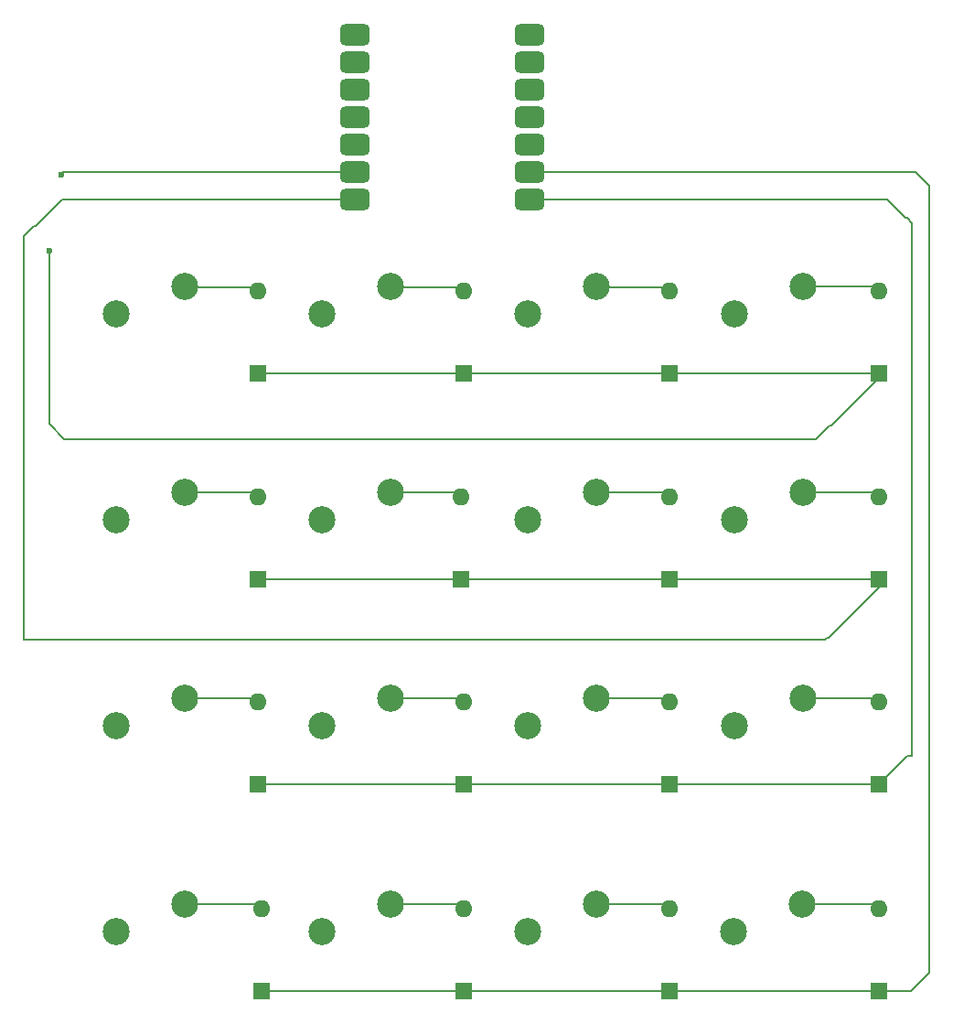
<source format=gbr>
%TF.GenerationSoftware,KiCad,Pcbnew,8.0.5*%
%TF.CreationDate,2024-10-21T23:59:58+02:00*%
%TF.ProjectId,retrooper_keyboard,72657472-6f6f-4706-9572-5f6b6579626f,rev?*%
%TF.SameCoordinates,Original*%
%TF.FileFunction,Copper,L1,Top*%
%TF.FilePolarity,Positive*%
%FSLAX46Y46*%
G04 Gerber Fmt 4.6, Leading zero omitted, Abs format (unit mm)*
G04 Created by KiCad (PCBNEW 8.0.5) date 2024-10-21 23:59:58*
%MOMM*%
%LPD*%
G01*
G04 APERTURE LIST*
G04 Aperture macros list*
%AMRoundRect*
0 Rectangle with rounded corners*
0 $1 Rounding radius*
0 $2 $3 $4 $5 $6 $7 $8 $9 X,Y pos of 4 corners*
0 Add a 4 corners polygon primitive as box body*
4,1,4,$2,$3,$4,$5,$6,$7,$8,$9,$2,$3,0*
0 Add four circle primitives for the rounded corners*
1,1,$1+$1,$2,$3*
1,1,$1+$1,$4,$5*
1,1,$1+$1,$6,$7*
1,1,$1+$1,$8,$9*
0 Add four rect primitives between the rounded corners*
20,1,$1+$1,$2,$3,$4,$5,0*
20,1,$1+$1,$4,$5,$6,$7,0*
20,1,$1+$1,$6,$7,$8,$9,0*
20,1,$1+$1,$8,$9,$2,$3,0*%
G04 Aperture macros list end*
%TA.AperFunction,ComponentPad*%
%ADD10C,2.500000*%
%TD*%
%TA.AperFunction,SMDPad,CuDef*%
%ADD11RoundRect,0.500000X-0.875000X-0.500000X0.875000X-0.500000X0.875000X0.500000X-0.875000X0.500000X0*%
%TD*%
%TA.AperFunction,ComponentPad*%
%ADD12R,1.600000X1.600000*%
%TD*%
%TA.AperFunction,ComponentPad*%
%ADD13C,1.600000*%
%TD*%
%TA.AperFunction,ComponentPad*%
%ADD14O,1.600000X1.600000*%
%TD*%
%TA.AperFunction,ViaPad*%
%ADD15C,0.600000*%
%TD*%
%TA.AperFunction,Conductor*%
%ADD16C,0.200000*%
%TD*%
G04 APERTURE END LIST*
D10*
%TO.P,S13,1,1*%
%TO.N,Column 0*%
X121060000Y-105460000D03*
%TO.P,S13,2,2*%
%TO.N,Net-(D13-A)*%
X127410000Y-102920000D03*
%TD*%
%TO.P,S9,1,1*%
%TO.N,Column 0*%
X121050344Y-86440000D03*
%TO.P,S9,2,2*%
%TO.N,Net-(D9-A)*%
X127400344Y-83900000D03*
%TD*%
%TO.P,S5,1,1*%
%TO.N,Column 0*%
X121050344Y-67410000D03*
%TO.P,S5,2,2*%
%TO.N,Net-(D5-A)*%
X127400344Y-64870000D03*
%TD*%
%TO.P,S15,1,1*%
%TO.N,Column 2*%
X159180000Y-105460000D03*
%TO.P,S15,2,2*%
%TO.N,Net-(D15-A)*%
X165530000Y-102920000D03*
%TD*%
%TO.P,S10,1,1*%
%TO.N,Column 1*%
X140090000Y-86440000D03*
%TO.P,S10,2,2*%
%TO.N,Net-(D10-A)*%
X146440000Y-83900000D03*
%TD*%
%TO.P,S4,1,1*%
%TO.N,Column 3*%
X178295944Y-48359176D03*
%TO.P,S4,2,2*%
%TO.N,Net-(D4-A)*%
X184645944Y-45819176D03*
%TD*%
%TO.P,S7,1,1*%
%TO.N,Column 2*%
X159150000Y-67410000D03*
%TO.P,S7,2,2*%
%TO.N,Net-(D7-A)*%
X165500000Y-64870000D03*
%TD*%
%TO.P,S1,1,1*%
%TO.N,Column 0*%
X121050344Y-48359176D03*
%TO.P,S1,2,2*%
%TO.N,Net-(D1-A)*%
X127400344Y-45819176D03*
%TD*%
%TO.P,S14,1,1*%
%TO.N,Column 1*%
X140120000Y-105460000D03*
%TO.P,S14,2,2*%
%TO.N,Net-(D14-A)*%
X146470000Y-102920000D03*
%TD*%
%TO.P,S8,1,1*%
%TO.N,Column 3*%
X178295944Y-67410000D03*
%TO.P,S8,2,2*%
%TO.N,Net-(D8-A)*%
X184645944Y-64870000D03*
%TD*%
%TO.P,S6,1,1*%
%TO.N,Column 1*%
X140090000Y-67410000D03*
%TO.P,S6,2,2*%
%TO.N,Net-(D6-A)*%
X146440000Y-64870000D03*
%TD*%
%TO.P,S16,1,1*%
%TO.N,Column 3*%
X178260000Y-105460000D03*
%TO.P,S16,2,2*%
%TO.N,Net-(D16-A)*%
X184610000Y-102920000D03*
%TD*%
%TO.P,S12,1,1*%
%TO.N,Column 3*%
X178295944Y-86440000D03*
%TO.P,S12,2,2*%
%TO.N,Net-(D12-A)*%
X184645944Y-83900000D03*
%TD*%
%TO.P,S2,1,1*%
%TO.N,Column 1*%
X140090000Y-48359176D03*
%TO.P,S2,2,2*%
%TO.N,Net-(D2-A)*%
X146440000Y-45819176D03*
%TD*%
%TO.P,S11,1,1*%
%TO.N,Column 2*%
X159150000Y-86440000D03*
%TO.P,S11,2,2*%
%TO.N,Net-(D11-A)*%
X165500000Y-83900000D03*
%TD*%
%TO.P,S3,1,1*%
%TO.N,Column 2*%
X159150000Y-48359176D03*
%TO.P,S3,2,2*%
%TO.N,Net-(D3-A)*%
X165500000Y-45819176D03*
%TD*%
D11*
%TO.P,U2,1,PA02_A0_D0*%
%TO.N,unconnected-(U2-PA02_A0_D0-Pad1)*%
X143165000Y-22530000D03*
D12*
X143610000Y-22530000D03*
D11*
%TO.P,U2,2,PA4_A1_D1*%
%TO.N,Column 0*%
X143165000Y-25070000D03*
D13*
X143610000Y-25070000D03*
D11*
%TO.P,U2,3,PA10_A2_D2*%
%TO.N,Column 1*%
X143165000Y-27610000D03*
D13*
X143610000Y-27610000D03*
D11*
%TO.P,U2,4,PA11_A3_D3*%
%TO.N,Column 2*%
X143165000Y-30150000D03*
D13*
X143610000Y-30150000D03*
D11*
%TO.P,U2,5,PA8_A4_D4_SDA*%
%TO.N,Column 3*%
X143165000Y-32690000D03*
D13*
X143610000Y-32690000D03*
D11*
%TO.P,U2,6,PA9_A5_D5_SCL*%
%TO.N,Row 0*%
X143165000Y-35230000D03*
D13*
X143610000Y-35230000D03*
D11*
%TO.P,U2,7,PB08_A6_D6_TX*%
%TO.N,Row 1*%
X143165000Y-37770000D03*
D13*
X143610000Y-37770000D03*
%TO.P,U2,8,PB09_A7_D7_RX*%
%TO.N,Row 2*%
X158850000Y-37770000D03*
D11*
X159330000Y-37770000D03*
D13*
%TO.P,U2,9,PA7_A8_D8_SCK*%
%TO.N,Row 3*%
X158850000Y-35230000D03*
D11*
X159330000Y-35230000D03*
D13*
%TO.P,U2,10,PA5_A9_D9_MISO*%
%TO.N,unconnected-(U2-PA5_A9_D9_MISO-Pad10)*%
X158850000Y-32690000D03*
D11*
X159330000Y-32690000D03*
D13*
%TO.P,U2,11,PA6_A10_D10_MOSI*%
%TO.N,unconnected-(U2-PA6_A10_D10_MOSI-Pad11)*%
X158850000Y-30150000D03*
D11*
X159330000Y-30150000D03*
D13*
%TO.P,U2,12,3V3*%
%TO.N,unconnected-(U2-3V3-Pad12)*%
X158850000Y-27610000D03*
D11*
X159330000Y-27610000D03*
D13*
%TO.P,U2,13,GND*%
%TO.N,unconnected-(U2-GND-Pad13)*%
X158850000Y-25070000D03*
D11*
X159330000Y-25070000D03*
D13*
%TO.P,U2,14,5V*%
%TO.N,unconnected-(U2-5V-Pad14)*%
X158850000Y-22530000D03*
D11*
X159330000Y-22530000D03*
%TD*%
D12*
%TO.P,D11,1,K*%
%TO.N,Row 2*%
X172342824Y-91856648D03*
D14*
%TO.P,D11,2,A*%
%TO.N,Net-(D11-A)*%
X172342824Y-84236648D03*
%TD*%
D12*
%TO.P,D10,1,K*%
%TO.N,Row 2*%
X153292840Y-91856648D03*
D14*
%TO.P,D10,2,A*%
%TO.N,Net-(D10-A)*%
X153292840Y-84236648D03*
%TD*%
D12*
%TO.P,D5,1,K*%
%TO.N,Row 1*%
X134242856Y-72866192D03*
D14*
%TO.P,D5,2,A*%
%TO.N,Net-(D5-A)*%
X134242856Y-65246192D03*
%TD*%
D12*
%TO.P,D6,1,K*%
%TO.N,Row 1*%
X152995184Y-72866192D03*
D14*
%TO.P,D6,2,A*%
%TO.N,Net-(D6-A)*%
X152995184Y-65246192D03*
%TD*%
D12*
%TO.P,D3,1,K*%
%TO.N,Row 0*%
X172342824Y-53816208D03*
D14*
%TO.P,D3,2,A*%
%TO.N,Net-(D3-A)*%
X172342824Y-46196208D03*
%TD*%
D12*
%TO.P,D13,1,K*%
%TO.N,Row 3*%
X134540512Y-110966160D03*
D14*
%TO.P,D13,2,A*%
%TO.N,Net-(D13-A)*%
X134540512Y-103346160D03*
%TD*%
D12*
%TO.P,D1,1,K*%
%TO.N,Row 0*%
X134242856Y-53816208D03*
D14*
%TO.P,D1,2,A*%
%TO.N,Net-(D1-A)*%
X134242856Y-46196208D03*
%TD*%
D12*
%TO.P,D8,1,K*%
%TO.N,Row 1*%
X191690464Y-72866192D03*
D14*
%TO.P,D8,2,A*%
%TO.N,Net-(D8-A)*%
X191690464Y-65246192D03*
%TD*%
D12*
%TO.P,D9,1,K*%
%TO.N,Row 2*%
X134242856Y-91856648D03*
D14*
%TO.P,D9,2,A*%
%TO.N,Net-(D9-A)*%
X134242856Y-84236648D03*
%TD*%
D12*
%TO.P,D2,1,K*%
%TO.N,Row 0*%
X153292840Y-53816208D03*
D14*
%TO.P,D2,2,A*%
%TO.N,Net-(D2-A)*%
X153292840Y-46196208D03*
%TD*%
D12*
%TO.P,D4,1,K*%
%TO.N,Row 0*%
X191690464Y-53816208D03*
D14*
%TO.P,D4,2,A*%
%TO.N,Net-(D4-A)*%
X191690464Y-46196208D03*
%TD*%
D12*
%TO.P,D16,1,K*%
%TO.N,Row 3*%
X191690464Y-110966160D03*
D14*
%TO.P,D16,2,A*%
%TO.N,Net-(D16-A)*%
X191690464Y-103346160D03*
%TD*%
D12*
%TO.P,D15,1,K*%
%TO.N,Row 3*%
X172342824Y-110966160D03*
D14*
%TO.P,D15,2,A*%
%TO.N,Net-(D15-A)*%
X172342824Y-103346160D03*
%TD*%
D12*
%TO.P,D7,1,K*%
%TO.N,Row 1*%
X172342824Y-72866192D03*
D14*
%TO.P,D7,2,A*%
%TO.N,Net-(D7-A)*%
X172342824Y-65246192D03*
%TD*%
D12*
%TO.P,D14,1,K*%
%TO.N,Row 3*%
X153292840Y-110966160D03*
D14*
%TO.P,D14,2,A*%
%TO.N,Net-(D14-A)*%
X153292840Y-103346160D03*
%TD*%
D12*
%TO.P,D12,1,K*%
%TO.N,Row 2*%
X191690464Y-91856648D03*
D14*
%TO.P,D12,2,A*%
%TO.N,Net-(D12-A)*%
X191690464Y-84236648D03*
%TD*%
D15*
%TO.N,Row 0*%
X115990000Y-35420000D03*
X114870000Y-42440000D03*
%TD*%
D16*
%TO.N,Net-(D1-A)*%
X127400344Y-45825368D02*
X133872016Y-45825368D01*
X133872016Y-45825368D02*
X134242856Y-46196208D01*
%TO.N,Row 0*%
X115990000Y-35420000D02*
X116180000Y-35230000D01*
X114870000Y-42570000D02*
X114870000Y-42440000D01*
X114860000Y-42580000D02*
X114870000Y-42570000D01*
X191690464Y-53816208D02*
X191690464Y-54269536D01*
X116270000Y-59910000D02*
X114860000Y-58500000D01*
X134242856Y-53816208D02*
X172342824Y-53816208D01*
X187300000Y-58660000D02*
X187140000Y-58660000D01*
X172342824Y-53816208D02*
X191690464Y-53816208D01*
X191690464Y-54269536D02*
X187300000Y-58660000D01*
X185890000Y-59910000D02*
X116270000Y-59910000D01*
X187140000Y-58660000D02*
X185890000Y-59910000D01*
X114860000Y-58500000D02*
X114860000Y-42580000D01*
X116180000Y-35230000D02*
X143610000Y-35230000D01*
%TO.N,Net-(D2-A)*%
X146440000Y-45825368D02*
X152922000Y-45825368D01*
X152922000Y-45825368D02*
X153292840Y-46196208D01*
%TO.N,Net-(D3-A)*%
X165500000Y-45825368D02*
X171971984Y-45825368D01*
X171971984Y-45825368D02*
X172342824Y-46196208D01*
%TO.N,Row 1*%
X112530000Y-41160000D02*
X113470000Y-40220000D01*
X191690464Y-73619536D02*
X187000000Y-78310000D01*
X187000000Y-78310000D02*
X186840000Y-78310000D01*
X172342824Y-72866192D02*
X191690464Y-72866192D01*
X112530000Y-78460000D02*
X112530000Y-41160000D01*
X134242856Y-72866192D02*
X172342824Y-72866192D01*
X186690000Y-78460000D02*
X112530000Y-78460000D01*
X191690464Y-72866192D02*
X191690464Y-73619536D01*
X113620000Y-40220000D02*
X116070000Y-37770000D01*
X186840000Y-78310000D02*
X186690000Y-78460000D01*
X116070000Y-37770000D02*
X143165000Y-37770000D01*
X113470000Y-40220000D02*
X113620000Y-40220000D01*
%TO.N,Net-(D4-A)*%
X191313432Y-45819176D02*
X191690464Y-46196208D01*
X184645944Y-45819176D02*
X191313432Y-45819176D01*
%TO.N,Net-(D5-A)*%
X133866664Y-64870000D02*
X134242856Y-65246192D01*
X127400344Y-64870000D02*
X133866664Y-64870000D01*
%TO.N,Net-(D6-A)*%
X146440000Y-64870000D02*
X152618992Y-64870000D01*
X152618992Y-64870000D02*
X152995184Y-65246192D01*
%TO.N,Row 2*%
X134242856Y-91856648D02*
X172342824Y-91856648D01*
X194160000Y-39450000D02*
X192480000Y-37770000D01*
X194297112Y-89250000D02*
X194780000Y-89250000D01*
X192480000Y-37770000D02*
X159330000Y-37770000D01*
X194780000Y-39910000D02*
X194320000Y-39450000D01*
X191690464Y-91856648D02*
X194297112Y-89250000D01*
X194780000Y-89250000D02*
X194780000Y-39910000D01*
X172342824Y-91856648D02*
X191690464Y-91856648D01*
X194320000Y-39450000D02*
X194160000Y-39450000D01*
%TO.N,Net-(D7-A)*%
X171966632Y-64870000D02*
X172342824Y-65246192D01*
X165500000Y-64870000D02*
X171966632Y-64870000D01*
%TO.N,Net-(D8-A)*%
X184645944Y-64870000D02*
X191314272Y-64870000D01*
X191314272Y-64870000D02*
X191690464Y-65246192D01*
%TO.N,Net-(D9-A)*%
X133906208Y-83900000D02*
X134242856Y-84236648D01*
X127400344Y-83900000D02*
X133906208Y-83900000D01*
%TO.N,Net-(D10-A)*%
X146440000Y-83900000D02*
X152956192Y-83900000D01*
X152956192Y-83900000D02*
X153292840Y-84236648D01*
%TO.N,Net-(D11-A)*%
X172006176Y-83900000D02*
X172342824Y-84236648D01*
X165500000Y-83900000D02*
X172006176Y-83900000D01*
%TO.N,Net-(D12-A)*%
X184645944Y-83900000D02*
X191353816Y-83900000D01*
X191353816Y-83900000D02*
X191690464Y-84236648D01*
%TO.N,Row 3*%
X196330000Y-109300000D02*
X196330000Y-109140000D01*
X196330000Y-109140000D02*
X196350000Y-109120000D01*
X195100000Y-35230000D02*
X158850000Y-35230000D01*
X191690464Y-110966160D02*
X194663840Y-110966160D01*
X196350000Y-36480000D02*
X195100000Y-35230000D01*
X196350000Y-109120000D02*
X196350000Y-36480000D01*
X134540512Y-110966160D02*
X191690464Y-110966160D01*
X194663840Y-110966160D02*
X196330000Y-109300000D01*
%TO.N,Net-(D13-A)*%
X134114352Y-102920000D02*
X134540512Y-103346160D01*
X127410000Y-102920000D02*
X134114352Y-102920000D01*
%TO.N,Net-(D14-A)*%
X146470000Y-102920000D02*
X152866680Y-102920000D01*
X152866680Y-102920000D02*
X153292840Y-103346160D01*
%TO.N,Net-(D15-A)*%
X165530000Y-102920000D02*
X171916664Y-102920000D01*
X171916664Y-102920000D02*
X172342824Y-103346160D01*
%TO.N,Net-(D16-A)*%
X191264304Y-102920000D02*
X191690464Y-103346160D01*
X184610000Y-102920000D02*
X191264304Y-102920000D01*
%TD*%
M02*

</source>
